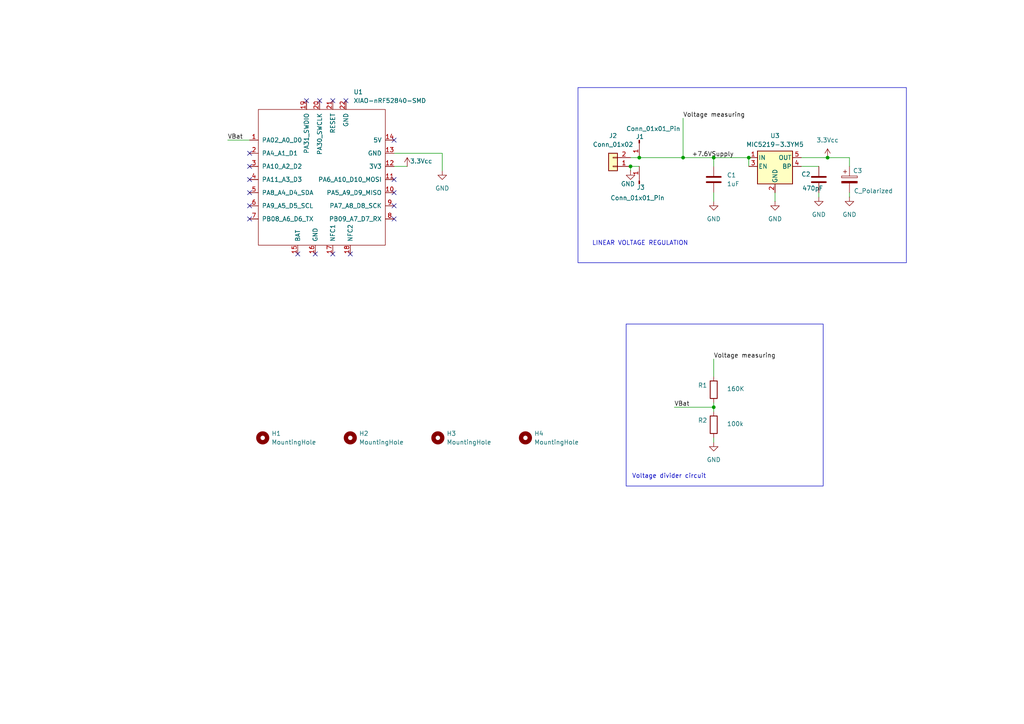
<source format=kicad_sch>
(kicad_sch (version 20231120) (generator "eeschema") (generator_version "8.0")
  (paper "A4")
  (lib_symbols
    (symbol "Connector:Conn_01x01_Pin" (pin_names (offset 1.016) hide)
      (property "Reference" "J" (at 0 2.54 0))
      (property "Value" "Conn_01x01_Pin" (at 0 -2.54 0))
      (symbol "Conn_01x01_Pin_1_1"
        (polyline (pts (xy 1.27 0) (xy 0.8636 0)) (stroke (width 0.1524)))
        (rectangle (start 0.8636 0.127) (end 0 -0.127) (stroke (width 0.1524)) (fill (type outline)))
        (pin passive line (at 5.08 0 180) (length 3.81) (name "Pin_1") (number "1"))
      )
    )
    (symbol "Connector_Generic:Conn_01x02" (pin_names (offset 1.016) hide)
      (property "Reference" "J2" (at 0 -8.89 0))
      (property "Value" "Conn_01x02" (at 0 -6.35 0))
      (symbol "Conn_01x02_1_1"
        (rectangle (start -1.27 -2.413) (end 0 -2.667) (stroke (width 0.1524)))
        (rectangle (start -1.27 0.127) (end 0 -0.127) (stroke (width 0.1524)))
        (rectangle (start -1.27 1.27) (end 1.27 -3.81) (stroke (width 0.254)) (fill (type background)))
        (pin passive line (at -5.08 0 0) (length 3.81) (name "Pin_1") (number "1"))
        (pin power_out line (at -5.08 -2.54 0) (length 3.81) (name "Pin_2") (number "2"))
      )
    )
    (symbol "Device:C" (pin_numbers hide) (pin_names (offset 0.254))
      (property "Reference" "C" (at 0.635 2.54 0))
      (property "Value" "C" (at 0.635 -2.54 0))
      (symbol "C_0_1"
        (polyline (pts (xy -2.032 -0.762) (xy 2.032 -0.762)) (stroke (width 0.508)))
        (polyline (pts (xy -2.032 0.762) (xy 2.032 0.762)) (stroke (width 0.508)))
      )
      (symbol "C_1_1"
        (pin passive line (at 0 3.81 270) (length 2.794) (name "~") (number "1"))
        (pin passive line (at 0 -3.81 90) (length 2.794) (name "~") (number "2"))
      )
    )
    (symbol "Device:C_Polarized" (pin_numbers hide) (pin_names (offset 0.254))
      (property "Reference" "C" (at 0.635 2.54 0))
      (property "Value" "C_Polarized" (at 0.635 -2.54 0))
      (symbol "C_Polarized_0_1"
        (rectangle (start -2.286 0.508) (end 2.286 1.016))
        (polyline (pts (xy -1.778 2.286) (xy -0.762 2.286)))
        (polyline (pts (xy -1.27 2.794) (xy -1.27 1.778)))
        (rectangle (start 2.286 -0.508) (end -2.286 -1.016) (fill (type outline)))
      )
      (symbol "C_Polarized_1_1"
        (pin passive line (at 0 3.81 270) (length 2.794) (name "~") (number "1"))
        (pin passive line (at 0 -3.81 90) (length 2.794) (name "~") (number "2"))
      )
    )
    (symbol "Device:R" (pin_numbers hide) (pin_names (offset 0))
      (property "Reference" "R" (at 2.032 0 90))
      (property "Value" "R" (at 0 0 90))
      (symbol "R_0_1"
        (rectangle (start -1.016 -2.54) (end 1.016 2.54) (stroke (width 0.254)))
      )
      (symbol "R_1_1"
        (pin passive line (at 0 3.81 270) (length 1.27) (name "~") (number "1"))
        (pin passive line (at 0 -3.81 90) (length 1.27) (name "~") (number "2"))
      )
    )
    (symbol "Mechanical:MountingHole" (pin_names (offset 1.016)) (exclude_from_sim yes) (in_bom no)
      (property "Reference" "H" (at 0 5.08 0))
      (property "Value" "MountingHole" (at 0 3.175 0))
      (symbol "MountingHole_0_1"
        (circle (center 0 0) (radius 1.27) (stroke (width 1.27)))
      )
    )
    (symbol "Regulator_Linear:MIC5219-3.3YM5" (pin_names (offset 0.254))
      (property "Reference" "U" (at -3.81 5.715 0))
      (property "Value" "MIC5219-3.3YM5" (at 0 5.715 0))
      (symbol "MIC5219-3.3YM5_0_1"
        (rectangle (start -5.08 4.445) (end 5.08 -5.08) (stroke (width 0.254)) (fill (type background)))
      )
      (symbol "MIC5219-3.3YM5_1_1"
        (pin power_in line (at -7.62 2.54 0) (length 2.54) (name "IN") (number "1"))
        (pin power_in line (at 0 -7.62 90) (length 2.54) (name "GND") (number "2"))
        (pin input line (at -7.62 0 0) (length 2.54) (name "EN") (number "3"))
        (pin input line (at 7.62 0 180) (length 2.54) (name "BP") (number "4"))
        (pin power_out line (at 7.62 2.54 180) (length 2.54) (name "OUT") (number "5"))
      )
    )
    (symbol "Seeed-Studio-XIAO-nrf52840:XIAO-nRF52840-SMD" (pin_names (offset 1.016))
      (property "Reference" "U" (at -18.542 23.114 0))
      (property "Value" "XIAO-nRF52840-SMD" (at -8.636 21.336 0))
      (symbol "XIAO-nRF52840-SMD_0_1"
        (rectangle (start -19.05 20.32) (end 17.78 -19.05))
      )
      (symbol "XIAO-nRF52840-SMD_1_1"
        (pin passive line (at -21.59 11.43 0) (length 2.54) (name "PA02_A0_D0") (number "1"))
        (pin passive line (at 20.32 -3.81 180) (length 2.54) (name "PA5_A9_D9_MISO") (number "10"))
        (pin passive line (at 20.32 0 180) (length 2.54) (name "PA6_A10_D10_MOSI") (number "11"))
        (pin passive line (at 20.32 3.81 180) (length 2.54) (name "3V3") (number "12"))
        (pin passive line (at 20.32 7.62 180) (length 2.54) (name "GND") (number "13"))
        (pin passive line (at 20.32 11.43 180) (length 2.54) (name "5V") (number "14"))
        (pin passive line (at -7.62 -21.59 90) (length 2.54) (name "BAT") (number "15"))
        (pin passive line (at -2.54 -21.59 90) (length 2.54) (name "GND") (number "16"))
        (pin passive line (at 2.54 -21.59 90) (length 2.54) (name "NFC1") (number "17"))
        (pin passive line (at 7.62 -21.59 90) (length 2.54) (name "NFC2") (number "18"))
        (pin passive line (at -5.08 22.86 270) (length 2.54) (name "PA31_SWDIO") (number "19"))
        (pin passive line (at -21.59 7.62 0) (length 2.54) (name "PA4_A1_D1") (number "2"))
        (pin passive line (at -1.27 22.86 270) (length 2.54) (name "PA30_SWCLK") (number "20"))
        (pin passive line (at 2.54 22.86 270) (length 2.54) (name "RESET") (number "21"))
        (pin passive line (at 6.35 22.86 270) (length 2.54) (name "GND") (number "22"))
        (pin passive line (at -21.59 3.81 0) (length 2.54) (name "PA10_A2_D2") (number "3"))
        (pin passive line (at -21.59 0 0) (length 2.54) (name "PA11_A3_D3") (number "4"))
        (pin passive line (at -21.59 -3.81 0) (length 2.54) (name "PA8_A4_D4_SDA") (number "5"))
        (pin passive line (at -21.59 -7.62 0) (length 2.54) (name "PA9_A5_D5_SCL") (number "6"))
        (pin passive line (at -21.59 -11.43 0) (length 2.54) (name "PB08_A6_D6_TX") (number "7"))
        (pin passive line (at 20.32 -11.43 180) (length 2.54) (name "PB09_A7_D7_RX") (number "8"))
        (pin passive line (at 20.32 -7.62 180) (length 2.54) (name "PA7_A8_D8_SCK") (number "9"))
      )
    )
    (symbol "power:GND" (power) (pin_numbers hide) (pin_names (offset 0) hide)
      (property "Value" "GND" (at 0 -3.81 0))
      (symbol "GND_0_1"
        (polyline (pts (xy 0 0) (xy 0 -1.27) (xy 1.27 -1.27) (xy 0 -2.54) (xy -1.27 -1.27) (xy 0 -1.27)))
      )
      (symbol "GND_1_1"
        (pin power_in line (at 0 0 270) (length 0) (name "~") (number "1"))
      )
    )
    (symbol "power:VCC" (power) (pin_numbers hide) (pin_names (offset 0) hide)
      (property "Value" "VCC" (at 0 3.556 0))
      (symbol "VCC_0_1"
        (polyline (pts (xy -0.762 1.27) (xy 0 2.54)))
        (polyline (pts (xy 0 0) (xy 0 2.54)))
        (polyline (pts (xy 0 2.54) (xy 0.762 1.27)))
      )
      (symbol "VCC_1_1"
        (pin power_in line (at 0 0 90) (length 0) (name "~") (number "1"))
      )
    )
  )
  (junction (at 207.01 45.72))
  (junction (at 207.01 118.11))
  (junction (at 182.88 48.26))
  (junction (at 240.03 45.72))
  (junction (at 198.12 45.72))
  (junction (at 217.17 45.72))
  (junction (at 185.42 45.72))
  (no_connect (at 114.3 55.88))
  (no_connect (at 92.71 29.21))
  (no_connect (at 72.39 59.69))
  (no_connect (at 72.39 63.5))
  (no_connect (at 100.33 29.21))
  (no_connect (at 72.39 52.07))
  (no_connect (at 101.6 73.66))
  (no_connect (at 96.52 73.66))
  (no_connect (at 114.3 40.64))
  (no_connect (at 114.3 59.69))
  (no_connect (at 114.3 52.07))
  (no_connect (at 72.39 55.88))
  (no_connect (at 72.39 48.26))
  (no_connect (at 72.39 44.45))
  (no_connect (at 91.44 73.66))
  (no_connect (at 114.3 63.5))
  (no_connect (at 86.36 73.66))
  (no_connect (at 96.52 29.21))
  (no_connect (at 88.9 29.21))
  (wire (pts (xy 182.88 49.53) (xy 182.88 48.26)))
  (wire (pts (xy 232.41 48.26) (xy 237.49 48.26)))
  (wire (pts (xy 246.38 55.88) (xy 246.38 57.15)))
  (wire (pts (xy 207.01 45.72) (xy 217.17 45.72)))
  (wire (pts (xy 217.17 45.72) (xy 217.17 48.26)))
  (wire (pts (xy 207.01 55.88) (xy 207.01 58.42)))
  (wire (pts (xy 240.03 45.72) (xy 246.38 45.72)))
  (wire (pts (xy 198.12 45.72) (xy 207.01 45.72)))
  (wire (pts (xy 195.58 118.11) (xy 207.01 118.11)))
  (wire (pts (xy 182.88 48.26) (xy 185.42 48.26)))
  (wire (pts (xy 207.01 118.11) (xy 207.01 119.38)))
  (wire (pts (xy 114.3 44.45) (xy 128.27 44.45)))
  (wire (pts (xy 207.01 45.72) (xy 207.01 48.26)))
  (wire (pts (xy 198.12 34.29) (xy 198.12 45.72)))
  (wire (pts (xy 114.3 48.26) (xy 118.11 48.26)))
  (wire (pts (xy 224.79 55.88) (xy 224.79 58.42)))
  (wire (pts (xy 246.38 45.72) (xy 246.38 48.26)))
  (wire (pts (xy 182.88 45.72) (xy 185.42 45.72)))
  (wire (pts (xy 232.41 45.72) (xy 240.03 45.72)))
  (wire (pts (xy 237.49 57.15) (xy 237.49 55.88)))
  (wire (pts (xy 66.04 40.64) (xy 72.39 40.64)))
  (wire (pts (xy 207.01 116.84) (xy 207.01 118.11)))
  (wire (pts (xy 128.27 44.45) (xy 128.27 49.53)))
  (wire (pts (xy 185.42 45.72) (xy 198.12 45.72)))
  (wire (pts (xy 207.01 128.27) (xy 207.01 127)))
  (wire (pts (xy 207.01 104.14) (xy 207.01 109.22)))
  (rectangle (start 167.64 25.4) (end 262.89 76.2))
  (rectangle (start 181.61 93.98) (end 238.76 140.97))
  (text "Voltage divider circuit\n" (at 194.056 138.176 0) (effects (font (size 1.27 1.27))))
  (text "LINEAR VOLTAGE REGULATION\n" (at 185.674 70.612 0) (effects (font (size 1.27 1.27))))
  (label "VBat" (at 195.58 118.11 0))
  (label "+7.6VSupply" (at 200.66 45.72 0))
  (label "Voltage measuring" (at 207.01 104.14 0))
  (label "Voltage measuring" (at 198.12 34.29 0))
  (label "VBat" (at 66.04 40.64 0))
  (symbol (lib_id "Mechanical:MountingHole") (at 76.2 127 0) (unit 1) (exclude_from_sim yes) (in_bom no)
    (property "Reference" "H1" (at 78.74 125.7299 0) (effects (justify left)))
    (property "Value" "MountingHole" (at 78.74 128.2699 0) (effects (justify left)))
    (property "Footprint" "MountingHole:MountingHole_2.2mm_M2_DIN965" (effects (hide yes)))
    (property "Description" "Mounting Hole without connection" (effects (hide yes)))
  )
  (symbol (lib_id "Connector:Conn_01x01_Pin") (at 185.42 53.34 90) (unit 1)
    (property "Reference" "J3" (at 184.658 54.356 90) (effects (justify right)))
    (property "Value" "Conn_01x01_Pin" (at 177.038 57.404 90) (effects (justify right)))
    (property "Footprint" "Connector_Wire:SolderWire-0.75sqmm_1x01_D1.25mm_OD3.5mm" (effects (hide yes)))
    (property "Description" "Generic connector, single row, 01x01, script generated" (effects (hide yes)))
  )
  (symbol (lib_id "power:GND") (at 207.01 128.27 0) (unit 1)
    (property "Reference" "#PWR7" (effects (hide yes)))
    (property "Value" "GND" (at 207.01 133.35 0))
    (property "Description" "Power symbol creates a global label with name \"GND\" , ground" (effects (hide yes)))
  )
  (symbol (lib_id "Device:C") (at 207.01 52.07 0) (unit 1)
    (property "Reference" "C1" (at 210.82 50.7999 0) (effects (justify left)))
    (property "Value" "1uF" (at 210.82 53.3399 0) (effects (justify left)))
    (property "Footprint" "Capacitor_SMD:C_1206_3216Metric" (effects (hide yes)))
    (property "Description" "Unpolarized capacitor" (effects (hide yes)))
  )
  (symbol (lib_id "power:GND") (at 246.38 57.15 0) (unit 1)
    (property "Reference" "#PWR03" (effects (hide yes)))
    (property "Value" "GND" (at 246.38 62.23 0))
    (property "Description" "Power symbol creates a global label with name \"GND\" , ground" (effects (hide yes)))
  )
  (symbol (lib_id "power:GND") (at 128.27 49.53 0) (unit 1)
    (property "Reference" "#PWR09" (effects (hide yes)))
    (property "Value" "GND" (at 128.27 54.61 0))
    (property "Description" "Power symbol creates a global label with name \"GND\" , ground" (effects (hide yes)))
  )
  (symbol (lib_id "Mechanical:MountingHole") (at 152.4 127 0) (unit 1) (exclude_from_sim yes) (in_bom no)
    (property "Reference" "H4" (at 154.94 125.7299 0) (effects (justify left)))
    (property "Value" "MountingHole" (at 154.94 128.2699 0) (effects (justify left)))
    (property "Footprint" "MountingHole:MountingHole_2.2mm_M2_DIN965" (effects (hide yes)))
    (property "Description" "Mounting Hole without connection" (effects (hide yes)))
  )
  (symbol (lib_id "Seeed-Studio-XIAO-nrf52840:XIAO-nRF52840-SMD") (at 93.98 52.07 0) (unit 1)
    (property "Reference" "U1" (at 102.5241 26.67 0) (effects (justify left)))
    (property "Value" "XIAO-nRF52840-SMD" (at 102.5241 29.21 0) (effects (justify left)))
    (property "Footprint" "SEEED_XIAO:XIAO-nRF52840-SMD" (effects (hide yes)))
  )
  (symbol (lib_id "Device:C_Polarized") (at 246.38 52.07 0) (unit 1)
    (property "Reference" "C3" (at 247.396 49.53 0) (effects (justify left)))
    (property "Value" "C_Polarized" (at 247.65 55.372 0) (effects (justify left)))
    (property "Footprint" "Capacitor_Tantalum_SMD:CP_EIA-3528-21_Kemet-B" (effects (hide yes)))
    (property "Description" "Polarized capacitor" (effects (hide yes)))
  )
  (symbol (lib_id "power:GND") (at 224.79 58.42 0) (unit 1)
    (property "Reference" "#PWR01" (effects (hide yes)))
    (property "Value" "GND" (at 224.79 63.5 0))
    (property "Description" "Power symbol creates a global label with name \"GND\" , ground" (effects (hide yes)))
  )
  (symbol (lib_id "Mechanical:MountingHole") (at 127 127 0) (unit 1) (exclude_from_sim yes) (in_bom no)
    (property "Reference" "H3" (at 129.54 125.7299 0) (effects (justify left)))
    (property "Value" "MountingHole" (at 129.54 128.2699 0) (effects (justify left)))
    (property "Footprint" "MountingHole:MountingHole_2.2mm_M2_DIN965" (effects (hide yes)))
    (property "Description" "Mounting Hole without connection" (effects (hide yes)))
  )
  (symbol (lib_id "power:VCC") (at 240.03 45.72 0) (unit 1)
    (property "Reference" "#PWR02" (effects (hide yes)))
    (property "Value" "3.3Vcc" (at 240.03 40.64 0))
    (property "Description" "Power symbol creates a global label with name \"VCC\"" (effects (hide yes)))
  )
  (symbol (lib_id "Mechanical:MountingHole") (at 101.6 127 0) (unit 1) (exclude_from_sim yes) (in_bom no)
    (property "Reference" "H2" (at 104.14 125.7299 0) (effects (justify left)))
    (property "Value" "MountingHole" (at 104.14 128.2699 0) (effects (justify left)))
    (property "Footprint" "MountingHole:MountingHole_2.2mm_M2_DIN965" (effects (hide yes)))
    (property "Description" "Mounting Hole without connection" (effects (hide yes)))
  )
  (symbol (lib_id "power:GND") (at 237.49 57.15 0) (unit 1)
    (property "Reference" "#PWR04" (effects (hide yes)))
    (property "Value" "GND" (at 237.49 62.23 0))
    (property "Description" "Power symbol creates a global label with name \"GND\" , ground" (effects (hide yes)))
  )
  (symbol (lib_id "power:GND") (at 182.88 49.53 0) (unit 1)
    (property "Reference" "#PWR05" (effects (hide yes)))
    (property "Value" "GND" (at 182.118 53.34 0))
    (property "Description" "Power symbol creates a global label with name \"GND\" , ground" (effects (hide yes)))
  )
  (symbol (lib_id "Device:R") (at 207.01 123.19 0) (unit 1)
    (property "Reference" "R2" (at 202.438 121.92 0) (effects (justify left)))
    (property "Value" "100k" (at 210.82 122.936 0) (effects (justify left)))
    (property "Footprint" "Resistor_SMD:R_0805_2012Metric" (effects (hide yes)))
    (property "Description" "Resistor" (effects (hide yes)))
  )
  (symbol (lib_id "power:GND") (at 207.01 58.42 0) (unit 1)
    (property "Reference" "#PWR06" (effects (hide yes)))
    (property "Value" "GND" (at 207.01 63.5 0))
    (property "Description" "Power symbol creates a global label with name \"GND\" , ground" (effects (hide yes)))
  )
  (symbol (lib_id "Device:R") (at 207.01 113.03 0) (unit 1)
    (property "Reference" "R1" (at 202.438 111.76 0) (effects (justify left)))
    (property "Value" "160K" (at 210.82 112.776 0) (effects (justify left)))
    (property "Footprint" "Resistor_SMD:R_0805_2012Metric" (effects (hide yes)))
    (property "Description" "Resistor" (effects (hide yes)))
  )
  (symbol (lib_id "Regulator_Linear:MIC5219-3.3YM5") (at 224.79 48.26 0) (unit 1)
    (property "Reference" "U3" (at 224.79 39.37 0))
    (property "Value" "MIC5219-3.3YM5" (at 224.79 41.91 0))
    (property "Footprint" "Package_TO_SOT_SMD:SOT-23-5" (effects (hide yes)))
    (property "Datasheet" "http://ww1.microchip.com/downloads/en/DeviceDoc/MIC5219-500mA-Peak-Output-LDO-Regulator-DS20006021A.pdf" (effects (hide yes)))
    (property "Description" "500mA low dropout linear regulator, fixed 3.3V output, SOT-23-5" (effects (hide yes)))
  )
  (symbol (lib_id "Connector:Conn_01x01_Pin") (at 185.42 40.64 270) (unit 1)
    (property "Reference" "J1" (at 184.404 39.624 90) (effects (justify left)))
    (property "Value" "Conn_01x01_Pin" (at 181.61 37.338 90) (effects (justify left)))
    (property "Footprint" "Connector_Wire:SolderWire-0.75sqmm_1x01_D1.25mm_OD3.5mm" (effects (hide yes)))
    (property "Description" "Generic connector, single row, 01x01, script generated" (effects (hide yes)))
  )
  (symbol (lib_id "power:VCC") (at 118.11 48.26 0) (unit 1)
    (property "Reference" "#PWR08" (effects (hide yes)))
    (property "Value" "3.3Vcc" (at 122.174 46.736 0))
    (property "Description" "Power symbol creates a global label with name \"VCC\"" (effects (hide yes)))
  )
  (symbol (lib_id "Device:C") (at 237.49 52.07 0) (unit 1)
    (property "Reference" "C2" (at 232.41 50.546 0) (effects (justify left)))
    (property "Value" "470pF" (at 232.664 54.61 0) (effects (justify left)))
    (property "Footprint" "Capacitor_SMD:C_0201_0603Metric" (effects (hide yes)))
    (property "Description" "Unpolarized capacitor" (effects (hide yes)))
  )
  (symbol (lib_id "Connector_Generic:Conn_01x02") (at 177.8 48.26 180) (unit 1)
    (property "Reference" "J2" (at 177.8 39.37 0))
    (property "Value" "Conn_01x02" (at 177.8 41.91 0))
    (property "Footprint" "Connector_JST:JST_XH_S2B-XH-A_1x02_P2.50mm_Horizontal" (effects (hide yes)))
    (property "Description" "Generic connector, single row, 01x02, script generated (kicad-library-utils/schlib/autogen/connector/)" (effects (hide yes)))
  )
)
</source>
